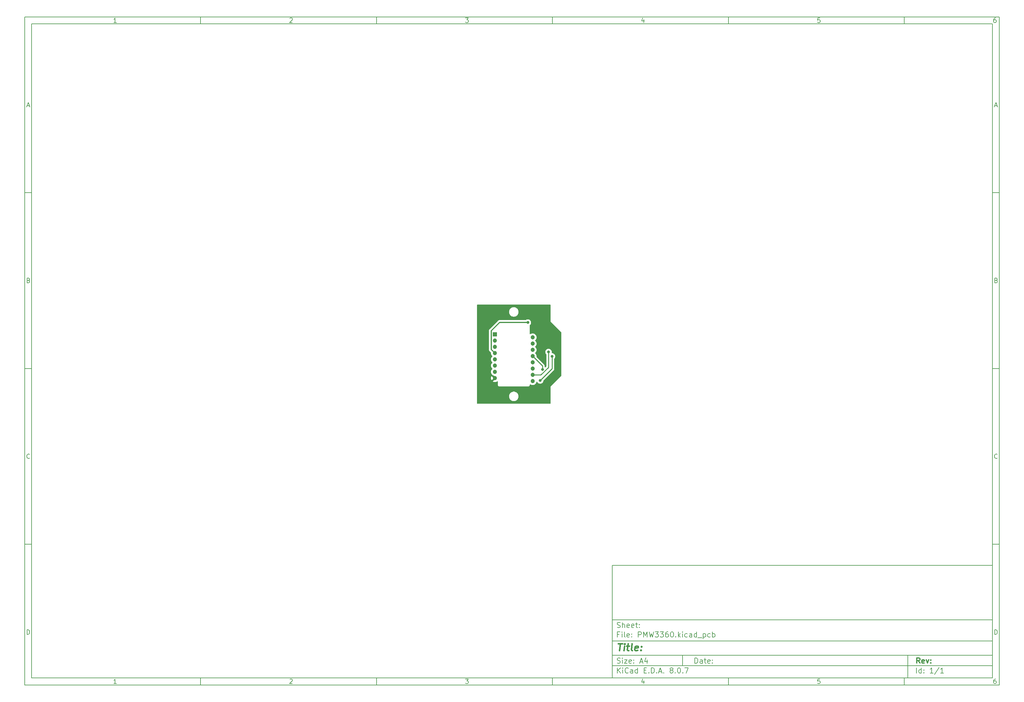
<source format=gbr>
%TF.GenerationSoftware,KiCad,Pcbnew,8.0.7*%
%TF.CreationDate,2024-12-25T19:13:16-08:00*%
%TF.ProjectId,PMW3360,504d5733-3336-4302-9e6b-696361645f70,rev?*%
%TF.SameCoordinates,Original*%
%TF.FileFunction,Copper,L2,Bot*%
%TF.FilePolarity,Positive*%
%FSLAX46Y46*%
G04 Gerber Fmt 4.6, Leading zero omitted, Abs format (unit mm)*
G04 Created by KiCad (PCBNEW 8.0.7) date 2024-12-25 19:13:16*
%MOMM*%
%LPD*%
G01*
G04 APERTURE LIST*
%ADD10C,0.100000*%
%ADD11C,0.150000*%
%ADD12C,0.300000*%
%ADD13C,0.400000*%
%TA.AperFunction,ComponentPad*%
%ADD14R,1.200000X1.200000*%
%TD*%
%TA.AperFunction,ComponentPad*%
%ADD15C,1.200000*%
%TD*%
%TA.AperFunction,ViaPad*%
%ADD16C,0.800000*%
%TD*%
%TA.AperFunction,Conductor*%
%ADD17C,0.250000*%
%TD*%
%TA.AperFunction,Conductor*%
%ADD18C,0.375000*%
%TD*%
G04 APERTURE END LIST*
D10*
D11*
X177002200Y-166007200D02*
X285002200Y-166007200D01*
X285002200Y-198007200D01*
X177002200Y-198007200D01*
X177002200Y-166007200D01*
D10*
D11*
X10000000Y-10000000D02*
X287002200Y-10000000D01*
X287002200Y-200007200D01*
X10000000Y-200007200D01*
X10000000Y-10000000D01*
D10*
D11*
X12000000Y-12000000D02*
X285002200Y-12000000D01*
X285002200Y-198007200D01*
X12000000Y-198007200D01*
X12000000Y-12000000D01*
D10*
D11*
X60000000Y-12000000D02*
X60000000Y-10000000D01*
D10*
D11*
X110000000Y-12000000D02*
X110000000Y-10000000D01*
D10*
D11*
X160000000Y-12000000D02*
X160000000Y-10000000D01*
D10*
D11*
X210000000Y-12000000D02*
X210000000Y-10000000D01*
D10*
D11*
X260000000Y-12000000D02*
X260000000Y-10000000D01*
D10*
D11*
X36089160Y-11593604D02*
X35346303Y-11593604D01*
X35717731Y-11593604D02*
X35717731Y-10293604D01*
X35717731Y-10293604D02*
X35593922Y-10479319D01*
X35593922Y-10479319D02*
X35470112Y-10603128D01*
X35470112Y-10603128D02*
X35346303Y-10665033D01*
D10*
D11*
X85346303Y-10417414D02*
X85408207Y-10355509D01*
X85408207Y-10355509D02*
X85532017Y-10293604D01*
X85532017Y-10293604D02*
X85841541Y-10293604D01*
X85841541Y-10293604D02*
X85965350Y-10355509D01*
X85965350Y-10355509D02*
X86027255Y-10417414D01*
X86027255Y-10417414D02*
X86089160Y-10541223D01*
X86089160Y-10541223D02*
X86089160Y-10665033D01*
X86089160Y-10665033D02*
X86027255Y-10850747D01*
X86027255Y-10850747D02*
X85284398Y-11593604D01*
X85284398Y-11593604D02*
X86089160Y-11593604D01*
D10*
D11*
X135284398Y-10293604D02*
X136089160Y-10293604D01*
X136089160Y-10293604D02*
X135655826Y-10788842D01*
X135655826Y-10788842D02*
X135841541Y-10788842D01*
X135841541Y-10788842D02*
X135965350Y-10850747D01*
X135965350Y-10850747D02*
X136027255Y-10912652D01*
X136027255Y-10912652D02*
X136089160Y-11036461D01*
X136089160Y-11036461D02*
X136089160Y-11345985D01*
X136089160Y-11345985D02*
X136027255Y-11469795D01*
X136027255Y-11469795D02*
X135965350Y-11531700D01*
X135965350Y-11531700D02*
X135841541Y-11593604D01*
X135841541Y-11593604D02*
X135470112Y-11593604D01*
X135470112Y-11593604D02*
X135346303Y-11531700D01*
X135346303Y-11531700D02*
X135284398Y-11469795D01*
D10*
D11*
X185965350Y-10726938D02*
X185965350Y-11593604D01*
X185655826Y-10231700D02*
X185346303Y-11160271D01*
X185346303Y-11160271D02*
X186151064Y-11160271D01*
D10*
D11*
X236027255Y-10293604D02*
X235408207Y-10293604D01*
X235408207Y-10293604D02*
X235346303Y-10912652D01*
X235346303Y-10912652D02*
X235408207Y-10850747D01*
X235408207Y-10850747D02*
X235532017Y-10788842D01*
X235532017Y-10788842D02*
X235841541Y-10788842D01*
X235841541Y-10788842D02*
X235965350Y-10850747D01*
X235965350Y-10850747D02*
X236027255Y-10912652D01*
X236027255Y-10912652D02*
X236089160Y-11036461D01*
X236089160Y-11036461D02*
X236089160Y-11345985D01*
X236089160Y-11345985D02*
X236027255Y-11469795D01*
X236027255Y-11469795D02*
X235965350Y-11531700D01*
X235965350Y-11531700D02*
X235841541Y-11593604D01*
X235841541Y-11593604D02*
X235532017Y-11593604D01*
X235532017Y-11593604D02*
X235408207Y-11531700D01*
X235408207Y-11531700D02*
X235346303Y-11469795D01*
D10*
D11*
X285965350Y-10293604D02*
X285717731Y-10293604D01*
X285717731Y-10293604D02*
X285593922Y-10355509D01*
X285593922Y-10355509D02*
X285532017Y-10417414D01*
X285532017Y-10417414D02*
X285408207Y-10603128D01*
X285408207Y-10603128D02*
X285346303Y-10850747D01*
X285346303Y-10850747D02*
X285346303Y-11345985D01*
X285346303Y-11345985D02*
X285408207Y-11469795D01*
X285408207Y-11469795D02*
X285470112Y-11531700D01*
X285470112Y-11531700D02*
X285593922Y-11593604D01*
X285593922Y-11593604D02*
X285841541Y-11593604D01*
X285841541Y-11593604D02*
X285965350Y-11531700D01*
X285965350Y-11531700D02*
X286027255Y-11469795D01*
X286027255Y-11469795D02*
X286089160Y-11345985D01*
X286089160Y-11345985D02*
X286089160Y-11036461D01*
X286089160Y-11036461D02*
X286027255Y-10912652D01*
X286027255Y-10912652D02*
X285965350Y-10850747D01*
X285965350Y-10850747D02*
X285841541Y-10788842D01*
X285841541Y-10788842D02*
X285593922Y-10788842D01*
X285593922Y-10788842D02*
X285470112Y-10850747D01*
X285470112Y-10850747D02*
X285408207Y-10912652D01*
X285408207Y-10912652D02*
X285346303Y-11036461D01*
D10*
D11*
X60000000Y-198007200D02*
X60000000Y-200007200D01*
D10*
D11*
X110000000Y-198007200D02*
X110000000Y-200007200D01*
D10*
D11*
X160000000Y-198007200D02*
X160000000Y-200007200D01*
D10*
D11*
X210000000Y-198007200D02*
X210000000Y-200007200D01*
D10*
D11*
X260000000Y-198007200D02*
X260000000Y-200007200D01*
D10*
D11*
X36089160Y-199600804D02*
X35346303Y-199600804D01*
X35717731Y-199600804D02*
X35717731Y-198300804D01*
X35717731Y-198300804D02*
X35593922Y-198486519D01*
X35593922Y-198486519D02*
X35470112Y-198610328D01*
X35470112Y-198610328D02*
X35346303Y-198672233D01*
D10*
D11*
X85346303Y-198424614D02*
X85408207Y-198362709D01*
X85408207Y-198362709D02*
X85532017Y-198300804D01*
X85532017Y-198300804D02*
X85841541Y-198300804D01*
X85841541Y-198300804D02*
X85965350Y-198362709D01*
X85965350Y-198362709D02*
X86027255Y-198424614D01*
X86027255Y-198424614D02*
X86089160Y-198548423D01*
X86089160Y-198548423D02*
X86089160Y-198672233D01*
X86089160Y-198672233D02*
X86027255Y-198857947D01*
X86027255Y-198857947D02*
X85284398Y-199600804D01*
X85284398Y-199600804D02*
X86089160Y-199600804D01*
D10*
D11*
X135284398Y-198300804D02*
X136089160Y-198300804D01*
X136089160Y-198300804D02*
X135655826Y-198796042D01*
X135655826Y-198796042D02*
X135841541Y-198796042D01*
X135841541Y-198796042D02*
X135965350Y-198857947D01*
X135965350Y-198857947D02*
X136027255Y-198919852D01*
X136027255Y-198919852D02*
X136089160Y-199043661D01*
X136089160Y-199043661D02*
X136089160Y-199353185D01*
X136089160Y-199353185D02*
X136027255Y-199476995D01*
X136027255Y-199476995D02*
X135965350Y-199538900D01*
X135965350Y-199538900D02*
X135841541Y-199600804D01*
X135841541Y-199600804D02*
X135470112Y-199600804D01*
X135470112Y-199600804D02*
X135346303Y-199538900D01*
X135346303Y-199538900D02*
X135284398Y-199476995D01*
D10*
D11*
X185965350Y-198734138D02*
X185965350Y-199600804D01*
X185655826Y-198238900D02*
X185346303Y-199167471D01*
X185346303Y-199167471D02*
X186151064Y-199167471D01*
D10*
D11*
X236027255Y-198300804D02*
X235408207Y-198300804D01*
X235408207Y-198300804D02*
X235346303Y-198919852D01*
X235346303Y-198919852D02*
X235408207Y-198857947D01*
X235408207Y-198857947D02*
X235532017Y-198796042D01*
X235532017Y-198796042D02*
X235841541Y-198796042D01*
X235841541Y-198796042D02*
X235965350Y-198857947D01*
X235965350Y-198857947D02*
X236027255Y-198919852D01*
X236027255Y-198919852D02*
X236089160Y-199043661D01*
X236089160Y-199043661D02*
X236089160Y-199353185D01*
X236089160Y-199353185D02*
X236027255Y-199476995D01*
X236027255Y-199476995D02*
X235965350Y-199538900D01*
X235965350Y-199538900D02*
X235841541Y-199600804D01*
X235841541Y-199600804D02*
X235532017Y-199600804D01*
X235532017Y-199600804D02*
X235408207Y-199538900D01*
X235408207Y-199538900D02*
X235346303Y-199476995D01*
D10*
D11*
X285965350Y-198300804D02*
X285717731Y-198300804D01*
X285717731Y-198300804D02*
X285593922Y-198362709D01*
X285593922Y-198362709D02*
X285532017Y-198424614D01*
X285532017Y-198424614D02*
X285408207Y-198610328D01*
X285408207Y-198610328D02*
X285346303Y-198857947D01*
X285346303Y-198857947D02*
X285346303Y-199353185D01*
X285346303Y-199353185D02*
X285408207Y-199476995D01*
X285408207Y-199476995D02*
X285470112Y-199538900D01*
X285470112Y-199538900D02*
X285593922Y-199600804D01*
X285593922Y-199600804D02*
X285841541Y-199600804D01*
X285841541Y-199600804D02*
X285965350Y-199538900D01*
X285965350Y-199538900D02*
X286027255Y-199476995D01*
X286027255Y-199476995D02*
X286089160Y-199353185D01*
X286089160Y-199353185D02*
X286089160Y-199043661D01*
X286089160Y-199043661D02*
X286027255Y-198919852D01*
X286027255Y-198919852D02*
X285965350Y-198857947D01*
X285965350Y-198857947D02*
X285841541Y-198796042D01*
X285841541Y-198796042D02*
X285593922Y-198796042D01*
X285593922Y-198796042D02*
X285470112Y-198857947D01*
X285470112Y-198857947D02*
X285408207Y-198919852D01*
X285408207Y-198919852D02*
X285346303Y-199043661D01*
D10*
D11*
X10000000Y-60000000D02*
X12000000Y-60000000D01*
D10*
D11*
X10000000Y-110000000D02*
X12000000Y-110000000D01*
D10*
D11*
X10000000Y-160000000D02*
X12000000Y-160000000D01*
D10*
D11*
X10690476Y-35222176D02*
X11309523Y-35222176D01*
X10566666Y-35593604D02*
X10999999Y-34293604D01*
X10999999Y-34293604D02*
X11433333Y-35593604D01*
D10*
D11*
X11092857Y-84912652D02*
X11278571Y-84974557D01*
X11278571Y-84974557D02*
X11340476Y-85036461D01*
X11340476Y-85036461D02*
X11402380Y-85160271D01*
X11402380Y-85160271D02*
X11402380Y-85345985D01*
X11402380Y-85345985D02*
X11340476Y-85469795D01*
X11340476Y-85469795D02*
X11278571Y-85531700D01*
X11278571Y-85531700D02*
X11154761Y-85593604D01*
X11154761Y-85593604D02*
X10659523Y-85593604D01*
X10659523Y-85593604D02*
X10659523Y-84293604D01*
X10659523Y-84293604D02*
X11092857Y-84293604D01*
X11092857Y-84293604D02*
X11216666Y-84355509D01*
X11216666Y-84355509D02*
X11278571Y-84417414D01*
X11278571Y-84417414D02*
X11340476Y-84541223D01*
X11340476Y-84541223D02*
X11340476Y-84665033D01*
X11340476Y-84665033D02*
X11278571Y-84788842D01*
X11278571Y-84788842D02*
X11216666Y-84850747D01*
X11216666Y-84850747D02*
X11092857Y-84912652D01*
X11092857Y-84912652D02*
X10659523Y-84912652D01*
D10*
D11*
X11402380Y-135469795D02*
X11340476Y-135531700D01*
X11340476Y-135531700D02*
X11154761Y-135593604D01*
X11154761Y-135593604D02*
X11030952Y-135593604D01*
X11030952Y-135593604D02*
X10845238Y-135531700D01*
X10845238Y-135531700D02*
X10721428Y-135407890D01*
X10721428Y-135407890D02*
X10659523Y-135284080D01*
X10659523Y-135284080D02*
X10597619Y-135036461D01*
X10597619Y-135036461D02*
X10597619Y-134850747D01*
X10597619Y-134850747D02*
X10659523Y-134603128D01*
X10659523Y-134603128D02*
X10721428Y-134479319D01*
X10721428Y-134479319D02*
X10845238Y-134355509D01*
X10845238Y-134355509D02*
X11030952Y-134293604D01*
X11030952Y-134293604D02*
X11154761Y-134293604D01*
X11154761Y-134293604D02*
X11340476Y-134355509D01*
X11340476Y-134355509D02*
X11402380Y-134417414D01*
D10*
D11*
X10659523Y-185593604D02*
X10659523Y-184293604D01*
X10659523Y-184293604D02*
X10969047Y-184293604D01*
X10969047Y-184293604D02*
X11154761Y-184355509D01*
X11154761Y-184355509D02*
X11278571Y-184479319D01*
X11278571Y-184479319D02*
X11340476Y-184603128D01*
X11340476Y-184603128D02*
X11402380Y-184850747D01*
X11402380Y-184850747D02*
X11402380Y-185036461D01*
X11402380Y-185036461D02*
X11340476Y-185284080D01*
X11340476Y-185284080D02*
X11278571Y-185407890D01*
X11278571Y-185407890D02*
X11154761Y-185531700D01*
X11154761Y-185531700D02*
X10969047Y-185593604D01*
X10969047Y-185593604D02*
X10659523Y-185593604D01*
D10*
D11*
X287002200Y-60000000D02*
X285002200Y-60000000D01*
D10*
D11*
X287002200Y-110000000D02*
X285002200Y-110000000D01*
D10*
D11*
X287002200Y-160000000D02*
X285002200Y-160000000D01*
D10*
D11*
X285692676Y-35222176D02*
X286311723Y-35222176D01*
X285568866Y-35593604D02*
X286002199Y-34293604D01*
X286002199Y-34293604D02*
X286435533Y-35593604D01*
D10*
D11*
X286095057Y-84912652D02*
X286280771Y-84974557D01*
X286280771Y-84974557D02*
X286342676Y-85036461D01*
X286342676Y-85036461D02*
X286404580Y-85160271D01*
X286404580Y-85160271D02*
X286404580Y-85345985D01*
X286404580Y-85345985D02*
X286342676Y-85469795D01*
X286342676Y-85469795D02*
X286280771Y-85531700D01*
X286280771Y-85531700D02*
X286156961Y-85593604D01*
X286156961Y-85593604D02*
X285661723Y-85593604D01*
X285661723Y-85593604D02*
X285661723Y-84293604D01*
X285661723Y-84293604D02*
X286095057Y-84293604D01*
X286095057Y-84293604D02*
X286218866Y-84355509D01*
X286218866Y-84355509D02*
X286280771Y-84417414D01*
X286280771Y-84417414D02*
X286342676Y-84541223D01*
X286342676Y-84541223D02*
X286342676Y-84665033D01*
X286342676Y-84665033D02*
X286280771Y-84788842D01*
X286280771Y-84788842D02*
X286218866Y-84850747D01*
X286218866Y-84850747D02*
X286095057Y-84912652D01*
X286095057Y-84912652D02*
X285661723Y-84912652D01*
D10*
D11*
X286404580Y-135469795D02*
X286342676Y-135531700D01*
X286342676Y-135531700D02*
X286156961Y-135593604D01*
X286156961Y-135593604D02*
X286033152Y-135593604D01*
X286033152Y-135593604D02*
X285847438Y-135531700D01*
X285847438Y-135531700D02*
X285723628Y-135407890D01*
X285723628Y-135407890D02*
X285661723Y-135284080D01*
X285661723Y-135284080D02*
X285599819Y-135036461D01*
X285599819Y-135036461D02*
X285599819Y-134850747D01*
X285599819Y-134850747D02*
X285661723Y-134603128D01*
X285661723Y-134603128D02*
X285723628Y-134479319D01*
X285723628Y-134479319D02*
X285847438Y-134355509D01*
X285847438Y-134355509D02*
X286033152Y-134293604D01*
X286033152Y-134293604D02*
X286156961Y-134293604D01*
X286156961Y-134293604D02*
X286342676Y-134355509D01*
X286342676Y-134355509D02*
X286404580Y-134417414D01*
D10*
D11*
X285661723Y-185593604D02*
X285661723Y-184293604D01*
X285661723Y-184293604D02*
X285971247Y-184293604D01*
X285971247Y-184293604D02*
X286156961Y-184355509D01*
X286156961Y-184355509D02*
X286280771Y-184479319D01*
X286280771Y-184479319D02*
X286342676Y-184603128D01*
X286342676Y-184603128D02*
X286404580Y-184850747D01*
X286404580Y-184850747D02*
X286404580Y-185036461D01*
X286404580Y-185036461D02*
X286342676Y-185284080D01*
X286342676Y-185284080D02*
X286280771Y-185407890D01*
X286280771Y-185407890D02*
X286156961Y-185531700D01*
X286156961Y-185531700D02*
X285971247Y-185593604D01*
X285971247Y-185593604D02*
X285661723Y-185593604D01*
D10*
D11*
X200458026Y-193793328D02*
X200458026Y-192293328D01*
X200458026Y-192293328D02*
X200815169Y-192293328D01*
X200815169Y-192293328D02*
X201029455Y-192364757D01*
X201029455Y-192364757D02*
X201172312Y-192507614D01*
X201172312Y-192507614D02*
X201243741Y-192650471D01*
X201243741Y-192650471D02*
X201315169Y-192936185D01*
X201315169Y-192936185D02*
X201315169Y-193150471D01*
X201315169Y-193150471D02*
X201243741Y-193436185D01*
X201243741Y-193436185D02*
X201172312Y-193579042D01*
X201172312Y-193579042D02*
X201029455Y-193721900D01*
X201029455Y-193721900D02*
X200815169Y-193793328D01*
X200815169Y-193793328D02*
X200458026Y-193793328D01*
X202600884Y-193793328D02*
X202600884Y-193007614D01*
X202600884Y-193007614D02*
X202529455Y-192864757D01*
X202529455Y-192864757D02*
X202386598Y-192793328D01*
X202386598Y-192793328D02*
X202100884Y-192793328D01*
X202100884Y-192793328D02*
X201958026Y-192864757D01*
X202600884Y-193721900D02*
X202458026Y-193793328D01*
X202458026Y-193793328D02*
X202100884Y-193793328D01*
X202100884Y-193793328D02*
X201958026Y-193721900D01*
X201958026Y-193721900D02*
X201886598Y-193579042D01*
X201886598Y-193579042D02*
X201886598Y-193436185D01*
X201886598Y-193436185D02*
X201958026Y-193293328D01*
X201958026Y-193293328D02*
X202100884Y-193221900D01*
X202100884Y-193221900D02*
X202458026Y-193221900D01*
X202458026Y-193221900D02*
X202600884Y-193150471D01*
X203100884Y-192793328D02*
X203672312Y-192793328D01*
X203315169Y-192293328D02*
X203315169Y-193579042D01*
X203315169Y-193579042D02*
X203386598Y-193721900D01*
X203386598Y-193721900D02*
X203529455Y-193793328D01*
X203529455Y-193793328D02*
X203672312Y-193793328D01*
X204743741Y-193721900D02*
X204600884Y-193793328D01*
X204600884Y-193793328D02*
X204315170Y-193793328D01*
X204315170Y-193793328D02*
X204172312Y-193721900D01*
X204172312Y-193721900D02*
X204100884Y-193579042D01*
X204100884Y-193579042D02*
X204100884Y-193007614D01*
X204100884Y-193007614D02*
X204172312Y-192864757D01*
X204172312Y-192864757D02*
X204315170Y-192793328D01*
X204315170Y-192793328D02*
X204600884Y-192793328D01*
X204600884Y-192793328D02*
X204743741Y-192864757D01*
X204743741Y-192864757D02*
X204815170Y-193007614D01*
X204815170Y-193007614D02*
X204815170Y-193150471D01*
X204815170Y-193150471D02*
X204100884Y-193293328D01*
X205458026Y-193650471D02*
X205529455Y-193721900D01*
X205529455Y-193721900D02*
X205458026Y-193793328D01*
X205458026Y-193793328D02*
X205386598Y-193721900D01*
X205386598Y-193721900D02*
X205458026Y-193650471D01*
X205458026Y-193650471D02*
X205458026Y-193793328D01*
X205458026Y-192864757D02*
X205529455Y-192936185D01*
X205529455Y-192936185D02*
X205458026Y-193007614D01*
X205458026Y-193007614D02*
X205386598Y-192936185D01*
X205386598Y-192936185D02*
X205458026Y-192864757D01*
X205458026Y-192864757D02*
X205458026Y-193007614D01*
D10*
D11*
X177002200Y-194507200D02*
X285002200Y-194507200D01*
D10*
D11*
X178458026Y-196593328D02*
X178458026Y-195093328D01*
X179315169Y-196593328D02*
X178672312Y-195736185D01*
X179315169Y-195093328D02*
X178458026Y-195950471D01*
X179958026Y-196593328D02*
X179958026Y-195593328D01*
X179958026Y-195093328D02*
X179886598Y-195164757D01*
X179886598Y-195164757D02*
X179958026Y-195236185D01*
X179958026Y-195236185D02*
X180029455Y-195164757D01*
X180029455Y-195164757D02*
X179958026Y-195093328D01*
X179958026Y-195093328D02*
X179958026Y-195236185D01*
X181529455Y-196450471D02*
X181458027Y-196521900D01*
X181458027Y-196521900D02*
X181243741Y-196593328D01*
X181243741Y-196593328D02*
X181100884Y-196593328D01*
X181100884Y-196593328D02*
X180886598Y-196521900D01*
X180886598Y-196521900D02*
X180743741Y-196379042D01*
X180743741Y-196379042D02*
X180672312Y-196236185D01*
X180672312Y-196236185D02*
X180600884Y-195950471D01*
X180600884Y-195950471D02*
X180600884Y-195736185D01*
X180600884Y-195736185D02*
X180672312Y-195450471D01*
X180672312Y-195450471D02*
X180743741Y-195307614D01*
X180743741Y-195307614D02*
X180886598Y-195164757D01*
X180886598Y-195164757D02*
X181100884Y-195093328D01*
X181100884Y-195093328D02*
X181243741Y-195093328D01*
X181243741Y-195093328D02*
X181458027Y-195164757D01*
X181458027Y-195164757D02*
X181529455Y-195236185D01*
X182815170Y-196593328D02*
X182815170Y-195807614D01*
X182815170Y-195807614D02*
X182743741Y-195664757D01*
X182743741Y-195664757D02*
X182600884Y-195593328D01*
X182600884Y-195593328D02*
X182315170Y-195593328D01*
X182315170Y-195593328D02*
X182172312Y-195664757D01*
X182815170Y-196521900D02*
X182672312Y-196593328D01*
X182672312Y-196593328D02*
X182315170Y-196593328D01*
X182315170Y-196593328D02*
X182172312Y-196521900D01*
X182172312Y-196521900D02*
X182100884Y-196379042D01*
X182100884Y-196379042D02*
X182100884Y-196236185D01*
X182100884Y-196236185D02*
X182172312Y-196093328D01*
X182172312Y-196093328D02*
X182315170Y-196021900D01*
X182315170Y-196021900D02*
X182672312Y-196021900D01*
X182672312Y-196021900D02*
X182815170Y-195950471D01*
X184172313Y-196593328D02*
X184172313Y-195093328D01*
X184172313Y-196521900D02*
X184029455Y-196593328D01*
X184029455Y-196593328D02*
X183743741Y-196593328D01*
X183743741Y-196593328D02*
X183600884Y-196521900D01*
X183600884Y-196521900D02*
X183529455Y-196450471D01*
X183529455Y-196450471D02*
X183458027Y-196307614D01*
X183458027Y-196307614D02*
X183458027Y-195879042D01*
X183458027Y-195879042D02*
X183529455Y-195736185D01*
X183529455Y-195736185D02*
X183600884Y-195664757D01*
X183600884Y-195664757D02*
X183743741Y-195593328D01*
X183743741Y-195593328D02*
X184029455Y-195593328D01*
X184029455Y-195593328D02*
X184172313Y-195664757D01*
X186029455Y-195807614D02*
X186529455Y-195807614D01*
X186743741Y-196593328D02*
X186029455Y-196593328D01*
X186029455Y-196593328D02*
X186029455Y-195093328D01*
X186029455Y-195093328D02*
X186743741Y-195093328D01*
X187386598Y-196450471D02*
X187458027Y-196521900D01*
X187458027Y-196521900D02*
X187386598Y-196593328D01*
X187386598Y-196593328D02*
X187315170Y-196521900D01*
X187315170Y-196521900D02*
X187386598Y-196450471D01*
X187386598Y-196450471D02*
X187386598Y-196593328D01*
X188100884Y-196593328D02*
X188100884Y-195093328D01*
X188100884Y-195093328D02*
X188458027Y-195093328D01*
X188458027Y-195093328D02*
X188672313Y-195164757D01*
X188672313Y-195164757D02*
X188815170Y-195307614D01*
X188815170Y-195307614D02*
X188886599Y-195450471D01*
X188886599Y-195450471D02*
X188958027Y-195736185D01*
X188958027Y-195736185D02*
X188958027Y-195950471D01*
X188958027Y-195950471D02*
X188886599Y-196236185D01*
X188886599Y-196236185D02*
X188815170Y-196379042D01*
X188815170Y-196379042D02*
X188672313Y-196521900D01*
X188672313Y-196521900D02*
X188458027Y-196593328D01*
X188458027Y-196593328D02*
X188100884Y-196593328D01*
X189600884Y-196450471D02*
X189672313Y-196521900D01*
X189672313Y-196521900D02*
X189600884Y-196593328D01*
X189600884Y-196593328D02*
X189529456Y-196521900D01*
X189529456Y-196521900D02*
X189600884Y-196450471D01*
X189600884Y-196450471D02*
X189600884Y-196593328D01*
X190243742Y-196164757D02*
X190958028Y-196164757D01*
X190100885Y-196593328D02*
X190600885Y-195093328D01*
X190600885Y-195093328D02*
X191100885Y-196593328D01*
X191600884Y-196450471D02*
X191672313Y-196521900D01*
X191672313Y-196521900D02*
X191600884Y-196593328D01*
X191600884Y-196593328D02*
X191529456Y-196521900D01*
X191529456Y-196521900D02*
X191600884Y-196450471D01*
X191600884Y-196450471D02*
X191600884Y-196593328D01*
X193672313Y-195736185D02*
X193529456Y-195664757D01*
X193529456Y-195664757D02*
X193458027Y-195593328D01*
X193458027Y-195593328D02*
X193386599Y-195450471D01*
X193386599Y-195450471D02*
X193386599Y-195379042D01*
X193386599Y-195379042D02*
X193458027Y-195236185D01*
X193458027Y-195236185D02*
X193529456Y-195164757D01*
X193529456Y-195164757D02*
X193672313Y-195093328D01*
X193672313Y-195093328D02*
X193958027Y-195093328D01*
X193958027Y-195093328D02*
X194100885Y-195164757D01*
X194100885Y-195164757D02*
X194172313Y-195236185D01*
X194172313Y-195236185D02*
X194243742Y-195379042D01*
X194243742Y-195379042D02*
X194243742Y-195450471D01*
X194243742Y-195450471D02*
X194172313Y-195593328D01*
X194172313Y-195593328D02*
X194100885Y-195664757D01*
X194100885Y-195664757D02*
X193958027Y-195736185D01*
X193958027Y-195736185D02*
X193672313Y-195736185D01*
X193672313Y-195736185D02*
X193529456Y-195807614D01*
X193529456Y-195807614D02*
X193458027Y-195879042D01*
X193458027Y-195879042D02*
X193386599Y-196021900D01*
X193386599Y-196021900D02*
X193386599Y-196307614D01*
X193386599Y-196307614D02*
X193458027Y-196450471D01*
X193458027Y-196450471D02*
X193529456Y-196521900D01*
X193529456Y-196521900D02*
X193672313Y-196593328D01*
X193672313Y-196593328D02*
X193958027Y-196593328D01*
X193958027Y-196593328D02*
X194100885Y-196521900D01*
X194100885Y-196521900D02*
X194172313Y-196450471D01*
X194172313Y-196450471D02*
X194243742Y-196307614D01*
X194243742Y-196307614D02*
X194243742Y-196021900D01*
X194243742Y-196021900D02*
X194172313Y-195879042D01*
X194172313Y-195879042D02*
X194100885Y-195807614D01*
X194100885Y-195807614D02*
X193958027Y-195736185D01*
X194886598Y-196450471D02*
X194958027Y-196521900D01*
X194958027Y-196521900D02*
X194886598Y-196593328D01*
X194886598Y-196593328D02*
X194815170Y-196521900D01*
X194815170Y-196521900D02*
X194886598Y-196450471D01*
X194886598Y-196450471D02*
X194886598Y-196593328D01*
X195886599Y-195093328D02*
X196029456Y-195093328D01*
X196029456Y-195093328D02*
X196172313Y-195164757D01*
X196172313Y-195164757D02*
X196243742Y-195236185D01*
X196243742Y-195236185D02*
X196315170Y-195379042D01*
X196315170Y-195379042D02*
X196386599Y-195664757D01*
X196386599Y-195664757D02*
X196386599Y-196021900D01*
X196386599Y-196021900D02*
X196315170Y-196307614D01*
X196315170Y-196307614D02*
X196243742Y-196450471D01*
X196243742Y-196450471D02*
X196172313Y-196521900D01*
X196172313Y-196521900D02*
X196029456Y-196593328D01*
X196029456Y-196593328D02*
X195886599Y-196593328D01*
X195886599Y-196593328D02*
X195743742Y-196521900D01*
X195743742Y-196521900D02*
X195672313Y-196450471D01*
X195672313Y-196450471D02*
X195600884Y-196307614D01*
X195600884Y-196307614D02*
X195529456Y-196021900D01*
X195529456Y-196021900D02*
X195529456Y-195664757D01*
X195529456Y-195664757D02*
X195600884Y-195379042D01*
X195600884Y-195379042D02*
X195672313Y-195236185D01*
X195672313Y-195236185D02*
X195743742Y-195164757D01*
X195743742Y-195164757D02*
X195886599Y-195093328D01*
X197029455Y-196450471D02*
X197100884Y-196521900D01*
X197100884Y-196521900D02*
X197029455Y-196593328D01*
X197029455Y-196593328D02*
X196958027Y-196521900D01*
X196958027Y-196521900D02*
X197029455Y-196450471D01*
X197029455Y-196450471D02*
X197029455Y-196593328D01*
X197600884Y-195093328D02*
X198600884Y-195093328D01*
X198600884Y-195093328D02*
X197958027Y-196593328D01*
D10*
D11*
X177002200Y-191507200D02*
X285002200Y-191507200D01*
D10*
D12*
X264413853Y-193785528D02*
X263913853Y-193071242D01*
X263556710Y-193785528D02*
X263556710Y-192285528D01*
X263556710Y-192285528D02*
X264128139Y-192285528D01*
X264128139Y-192285528D02*
X264270996Y-192356957D01*
X264270996Y-192356957D02*
X264342425Y-192428385D01*
X264342425Y-192428385D02*
X264413853Y-192571242D01*
X264413853Y-192571242D02*
X264413853Y-192785528D01*
X264413853Y-192785528D02*
X264342425Y-192928385D01*
X264342425Y-192928385D02*
X264270996Y-192999814D01*
X264270996Y-192999814D02*
X264128139Y-193071242D01*
X264128139Y-193071242D02*
X263556710Y-193071242D01*
X265628139Y-193714100D02*
X265485282Y-193785528D01*
X265485282Y-193785528D02*
X265199568Y-193785528D01*
X265199568Y-193785528D02*
X265056710Y-193714100D01*
X265056710Y-193714100D02*
X264985282Y-193571242D01*
X264985282Y-193571242D02*
X264985282Y-192999814D01*
X264985282Y-192999814D02*
X265056710Y-192856957D01*
X265056710Y-192856957D02*
X265199568Y-192785528D01*
X265199568Y-192785528D02*
X265485282Y-192785528D01*
X265485282Y-192785528D02*
X265628139Y-192856957D01*
X265628139Y-192856957D02*
X265699568Y-192999814D01*
X265699568Y-192999814D02*
X265699568Y-193142671D01*
X265699568Y-193142671D02*
X264985282Y-193285528D01*
X266199567Y-192785528D02*
X266556710Y-193785528D01*
X266556710Y-193785528D02*
X266913853Y-192785528D01*
X267485281Y-193642671D02*
X267556710Y-193714100D01*
X267556710Y-193714100D02*
X267485281Y-193785528D01*
X267485281Y-193785528D02*
X267413853Y-193714100D01*
X267413853Y-193714100D02*
X267485281Y-193642671D01*
X267485281Y-193642671D02*
X267485281Y-193785528D01*
X267485281Y-192856957D02*
X267556710Y-192928385D01*
X267556710Y-192928385D02*
X267485281Y-192999814D01*
X267485281Y-192999814D02*
X267413853Y-192928385D01*
X267413853Y-192928385D02*
X267485281Y-192856957D01*
X267485281Y-192856957D02*
X267485281Y-192999814D01*
D10*
D11*
X178386598Y-193721900D02*
X178600884Y-193793328D01*
X178600884Y-193793328D02*
X178958026Y-193793328D01*
X178958026Y-193793328D02*
X179100884Y-193721900D01*
X179100884Y-193721900D02*
X179172312Y-193650471D01*
X179172312Y-193650471D02*
X179243741Y-193507614D01*
X179243741Y-193507614D02*
X179243741Y-193364757D01*
X179243741Y-193364757D02*
X179172312Y-193221900D01*
X179172312Y-193221900D02*
X179100884Y-193150471D01*
X179100884Y-193150471D02*
X178958026Y-193079042D01*
X178958026Y-193079042D02*
X178672312Y-193007614D01*
X178672312Y-193007614D02*
X178529455Y-192936185D01*
X178529455Y-192936185D02*
X178458026Y-192864757D01*
X178458026Y-192864757D02*
X178386598Y-192721900D01*
X178386598Y-192721900D02*
X178386598Y-192579042D01*
X178386598Y-192579042D02*
X178458026Y-192436185D01*
X178458026Y-192436185D02*
X178529455Y-192364757D01*
X178529455Y-192364757D02*
X178672312Y-192293328D01*
X178672312Y-192293328D02*
X179029455Y-192293328D01*
X179029455Y-192293328D02*
X179243741Y-192364757D01*
X179886597Y-193793328D02*
X179886597Y-192793328D01*
X179886597Y-192293328D02*
X179815169Y-192364757D01*
X179815169Y-192364757D02*
X179886597Y-192436185D01*
X179886597Y-192436185D02*
X179958026Y-192364757D01*
X179958026Y-192364757D02*
X179886597Y-192293328D01*
X179886597Y-192293328D02*
X179886597Y-192436185D01*
X180458026Y-192793328D02*
X181243741Y-192793328D01*
X181243741Y-192793328D02*
X180458026Y-193793328D01*
X180458026Y-193793328D02*
X181243741Y-193793328D01*
X182386598Y-193721900D02*
X182243741Y-193793328D01*
X182243741Y-193793328D02*
X181958027Y-193793328D01*
X181958027Y-193793328D02*
X181815169Y-193721900D01*
X181815169Y-193721900D02*
X181743741Y-193579042D01*
X181743741Y-193579042D02*
X181743741Y-193007614D01*
X181743741Y-193007614D02*
X181815169Y-192864757D01*
X181815169Y-192864757D02*
X181958027Y-192793328D01*
X181958027Y-192793328D02*
X182243741Y-192793328D01*
X182243741Y-192793328D02*
X182386598Y-192864757D01*
X182386598Y-192864757D02*
X182458027Y-193007614D01*
X182458027Y-193007614D02*
X182458027Y-193150471D01*
X182458027Y-193150471D02*
X181743741Y-193293328D01*
X183100883Y-193650471D02*
X183172312Y-193721900D01*
X183172312Y-193721900D02*
X183100883Y-193793328D01*
X183100883Y-193793328D02*
X183029455Y-193721900D01*
X183029455Y-193721900D02*
X183100883Y-193650471D01*
X183100883Y-193650471D02*
X183100883Y-193793328D01*
X183100883Y-192864757D02*
X183172312Y-192936185D01*
X183172312Y-192936185D02*
X183100883Y-193007614D01*
X183100883Y-193007614D02*
X183029455Y-192936185D01*
X183029455Y-192936185D02*
X183100883Y-192864757D01*
X183100883Y-192864757D02*
X183100883Y-193007614D01*
X184886598Y-193364757D02*
X185600884Y-193364757D01*
X184743741Y-193793328D02*
X185243741Y-192293328D01*
X185243741Y-192293328D02*
X185743741Y-193793328D01*
X186886598Y-192793328D02*
X186886598Y-193793328D01*
X186529455Y-192221900D02*
X186172312Y-193293328D01*
X186172312Y-193293328D02*
X187100883Y-193293328D01*
D10*
D11*
X263458026Y-196593328D02*
X263458026Y-195093328D01*
X264815170Y-196593328D02*
X264815170Y-195093328D01*
X264815170Y-196521900D02*
X264672312Y-196593328D01*
X264672312Y-196593328D02*
X264386598Y-196593328D01*
X264386598Y-196593328D02*
X264243741Y-196521900D01*
X264243741Y-196521900D02*
X264172312Y-196450471D01*
X264172312Y-196450471D02*
X264100884Y-196307614D01*
X264100884Y-196307614D02*
X264100884Y-195879042D01*
X264100884Y-195879042D02*
X264172312Y-195736185D01*
X264172312Y-195736185D02*
X264243741Y-195664757D01*
X264243741Y-195664757D02*
X264386598Y-195593328D01*
X264386598Y-195593328D02*
X264672312Y-195593328D01*
X264672312Y-195593328D02*
X264815170Y-195664757D01*
X265529455Y-196450471D02*
X265600884Y-196521900D01*
X265600884Y-196521900D02*
X265529455Y-196593328D01*
X265529455Y-196593328D02*
X265458027Y-196521900D01*
X265458027Y-196521900D02*
X265529455Y-196450471D01*
X265529455Y-196450471D02*
X265529455Y-196593328D01*
X265529455Y-195664757D02*
X265600884Y-195736185D01*
X265600884Y-195736185D02*
X265529455Y-195807614D01*
X265529455Y-195807614D02*
X265458027Y-195736185D01*
X265458027Y-195736185D02*
X265529455Y-195664757D01*
X265529455Y-195664757D02*
X265529455Y-195807614D01*
X268172313Y-196593328D02*
X267315170Y-196593328D01*
X267743741Y-196593328D02*
X267743741Y-195093328D01*
X267743741Y-195093328D02*
X267600884Y-195307614D01*
X267600884Y-195307614D02*
X267458027Y-195450471D01*
X267458027Y-195450471D02*
X267315170Y-195521900D01*
X269886598Y-195021900D02*
X268600884Y-196950471D01*
X271172313Y-196593328D02*
X270315170Y-196593328D01*
X270743741Y-196593328D02*
X270743741Y-195093328D01*
X270743741Y-195093328D02*
X270600884Y-195307614D01*
X270600884Y-195307614D02*
X270458027Y-195450471D01*
X270458027Y-195450471D02*
X270315170Y-195521900D01*
D10*
D11*
X177002200Y-187507200D02*
X285002200Y-187507200D01*
D10*
D13*
X178693928Y-188211638D02*
X179836785Y-188211638D01*
X179015357Y-190211638D02*
X179265357Y-188211638D01*
X180253452Y-190211638D02*
X180420119Y-188878304D01*
X180503452Y-188211638D02*
X180396309Y-188306876D01*
X180396309Y-188306876D02*
X180479643Y-188402114D01*
X180479643Y-188402114D02*
X180586786Y-188306876D01*
X180586786Y-188306876D02*
X180503452Y-188211638D01*
X180503452Y-188211638D02*
X180479643Y-188402114D01*
X181086786Y-188878304D02*
X181848690Y-188878304D01*
X181455833Y-188211638D02*
X181241548Y-189925923D01*
X181241548Y-189925923D02*
X181312976Y-190116400D01*
X181312976Y-190116400D02*
X181491548Y-190211638D01*
X181491548Y-190211638D02*
X181682024Y-190211638D01*
X182634405Y-190211638D02*
X182455833Y-190116400D01*
X182455833Y-190116400D02*
X182384405Y-189925923D01*
X182384405Y-189925923D02*
X182598690Y-188211638D01*
X184170119Y-190116400D02*
X183967738Y-190211638D01*
X183967738Y-190211638D02*
X183586785Y-190211638D01*
X183586785Y-190211638D02*
X183408214Y-190116400D01*
X183408214Y-190116400D02*
X183336785Y-189925923D01*
X183336785Y-189925923D02*
X183432024Y-189164019D01*
X183432024Y-189164019D02*
X183551071Y-188973542D01*
X183551071Y-188973542D02*
X183753452Y-188878304D01*
X183753452Y-188878304D02*
X184134404Y-188878304D01*
X184134404Y-188878304D02*
X184312976Y-188973542D01*
X184312976Y-188973542D02*
X184384404Y-189164019D01*
X184384404Y-189164019D02*
X184360595Y-189354495D01*
X184360595Y-189354495D02*
X183384404Y-189544971D01*
X185134405Y-190021161D02*
X185217738Y-190116400D01*
X185217738Y-190116400D02*
X185110595Y-190211638D01*
X185110595Y-190211638D02*
X185027262Y-190116400D01*
X185027262Y-190116400D02*
X185134405Y-190021161D01*
X185134405Y-190021161D02*
X185110595Y-190211638D01*
X185265357Y-188973542D02*
X185348690Y-189068780D01*
X185348690Y-189068780D02*
X185241548Y-189164019D01*
X185241548Y-189164019D02*
X185158214Y-189068780D01*
X185158214Y-189068780D02*
X185265357Y-188973542D01*
X185265357Y-188973542D02*
X185241548Y-189164019D01*
D10*
D11*
X178958026Y-185607614D02*
X178458026Y-185607614D01*
X178458026Y-186393328D02*
X178458026Y-184893328D01*
X178458026Y-184893328D02*
X179172312Y-184893328D01*
X179743740Y-186393328D02*
X179743740Y-185393328D01*
X179743740Y-184893328D02*
X179672312Y-184964757D01*
X179672312Y-184964757D02*
X179743740Y-185036185D01*
X179743740Y-185036185D02*
X179815169Y-184964757D01*
X179815169Y-184964757D02*
X179743740Y-184893328D01*
X179743740Y-184893328D02*
X179743740Y-185036185D01*
X180672312Y-186393328D02*
X180529455Y-186321900D01*
X180529455Y-186321900D02*
X180458026Y-186179042D01*
X180458026Y-186179042D02*
X180458026Y-184893328D01*
X181815169Y-186321900D02*
X181672312Y-186393328D01*
X181672312Y-186393328D02*
X181386598Y-186393328D01*
X181386598Y-186393328D02*
X181243740Y-186321900D01*
X181243740Y-186321900D02*
X181172312Y-186179042D01*
X181172312Y-186179042D02*
X181172312Y-185607614D01*
X181172312Y-185607614D02*
X181243740Y-185464757D01*
X181243740Y-185464757D02*
X181386598Y-185393328D01*
X181386598Y-185393328D02*
X181672312Y-185393328D01*
X181672312Y-185393328D02*
X181815169Y-185464757D01*
X181815169Y-185464757D02*
X181886598Y-185607614D01*
X181886598Y-185607614D02*
X181886598Y-185750471D01*
X181886598Y-185750471D02*
X181172312Y-185893328D01*
X182529454Y-186250471D02*
X182600883Y-186321900D01*
X182600883Y-186321900D02*
X182529454Y-186393328D01*
X182529454Y-186393328D02*
X182458026Y-186321900D01*
X182458026Y-186321900D02*
X182529454Y-186250471D01*
X182529454Y-186250471D02*
X182529454Y-186393328D01*
X182529454Y-185464757D02*
X182600883Y-185536185D01*
X182600883Y-185536185D02*
X182529454Y-185607614D01*
X182529454Y-185607614D02*
X182458026Y-185536185D01*
X182458026Y-185536185D02*
X182529454Y-185464757D01*
X182529454Y-185464757D02*
X182529454Y-185607614D01*
X184386597Y-186393328D02*
X184386597Y-184893328D01*
X184386597Y-184893328D02*
X184958026Y-184893328D01*
X184958026Y-184893328D02*
X185100883Y-184964757D01*
X185100883Y-184964757D02*
X185172312Y-185036185D01*
X185172312Y-185036185D02*
X185243740Y-185179042D01*
X185243740Y-185179042D02*
X185243740Y-185393328D01*
X185243740Y-185393328D02*
X185172312Y-185536185D01*
X185172312Y-185536185D02*
X185100883Y-185607614D01*
X185100883Y-185607614D02*
X184958026Y-185679042D01*
X184958026Y-185679042D02*
X184386597Y-185679042D01*
X185886597Y-186393328D02*
X185886597Y-184893328D01*
X185886597Y-184893328D02*
X186386597Y-185964757D01*
X186386597Y-185964757D02*
X186886597Y-184893328D01*
X186886597Y-184893328D02*
X186886597Y-186393328D01*
X187458026Y-184893328D02*
X187815169Y-186393328D01*
X187815169Y-186393328D02*
X188100883Y-185321900D01*
X188100883Y-185321900D02*
X188386598Y-186393328D01*
X188386598Y-186393328D02*
X188743741Y-184893328D01*
X189172312Y-184893328D02*
X190100884Y-184893328D01*
X190100884Y-184893328D02*
X189600884Y-185464757D01*
X189600884Y-185464757D02*
X189815169Y-185464757D01*
X189815169Y-185464757D02*
X189958027Y-185536185D01*
X189958027Y-185536185D02*
X190029455Y-185607614D01*
X190029455Y-185607614D02*
X190100884Y-185750471D01*
X190100884Y-185750471D02*
X190100884Y-186107614D01*
X190100884Y-186107614D02*
X190029455Y-186250471D01*
X190029455Y-186250471D02*
X189958027Y-186321900D01*
X189958027Y-186321900D02*
X189815169Y-186393328D01*
X189815169Y-186393328D02*
X189386598Y-186393328D01*
X189386598Y-186393328D02*
X189243741Y-186321900D01*
X189243741Y-186321900D02*
X189172312Y-186250471D01*
X190600883Y-184893328D02*
X191529455Y-184893328D01*
X191529455Y-184893328D02*
X191029455Y-185464757D01*
X191029455Y-185464757D02*
X191243740Y-185464757D01*
X191243740Y-185464757D02*
X191386598Y-185536185D01*
X191386598Y-185536185D02*
X191458026Y-185607614D01*
X191458026Y-185607614D02*
X191529455Y-185750471D01*
X191529455Y-185750471D02*
X191529455Y-186107614D01*
X191529455Y-186107614D02*
X191458026Y-186250471D01*
X191458026Y-186250471D02*
X191386598Y-186321900D01*
X191386598Y-186321900D02*
X191243740Y-186393328D01*
X191243740Y-186393328D02*
X190815169Y-186393328D01*
X190815169Y-186393328D02*
X190672312Y-186321900D01*
X190672312Y-186321900D02*
X190600883Y-186250471D01*
X192815169Y-184893328D02*
X192529454Y-184893328D01*
X192529454Y-184893328D02*
X192386597Y-184964757D01*
X192386597Y-184964757D02*
X192315169Y-185036185D01*
X192315169Y-185036185D02*
X192172311Y-185250471D01*
X192172311Y-185250471D02*
X192100883Y-185536185D01*
X192100883Y-185536185D02*
X192100883Y-186107614D01*
X192100883Y-186107614D02*
X192172311Y-186250471D01*
X192172311Y-186250471D02*
X192243740Y-186321900D01*
X192243740Y-186321900D02*
X192386597Y-186393328D01*
X192386597Y-186393328D02*
X192672311Y-186393328D01*
X192672311Y-186393328D02*
X192815169Y-186321900D01*
X192815169Y-186321900D02*
X192886597Y-186250471D01*
X192886597Y-186250471D02*
X192958026Y-186107614D01*
X192958026Y-186107614D02*
X192958026Y-185750471D01*
X192958026Y-185750471D02*
X192886597Y-185607614D01*
X192886597Y-185607614D02*
X192815169Y-185536185D01*
X192815169Y-185536185D02*
X192672311Y-185464757D01*
X192672311Y-185464757D02*
X192386597Y-185464757D01*
X192386597Y-185464757D02*
X192243740Y-185536185D01*
X192243740Y-185536185D02*
X192172311Y-185607614D01*
X192172311Y-185607614D02*
X192100883Y-185750471D01*
X193886597Y-184893328D02*
X194029454Y-184893328D01*
X194029454Y-184893328D02*
X194172311Y-184964757D01*
X194172311Y-184964757D02*
X194243740Y-185036185D01*
X194243740Y-185036185D02*
X194315168Y-185179042D01*
X194315168Y-185179042D02*
X194386597Y-185464757D01*
X194386597Y-185464757D02*
X194386597Y-185821900D01*
X194386597Y-185821900D02*
X194315168Y-186107614D01*
X194315168Y-186107614D02*
X194243740Y-186250471D01*
X194243740Y-186250471D02*
X194172311Y-186321900D01*
X194172311Y-186321900D02*
X194029454Y-186393328D01*
X194029454Y-186393328D02*
X193886597Y-186393328D01*
X193886597Y-186393328D02*
X193743740Y-186321900D01*
X193743740Y-186321900D02*
X193672311Y-186250471D01*
X193672311Y-186250471D02*
X193600882Y-186107614D01*
X193600882Y-186107614D02*
X193529454Y-185821900D01*
X193529454Y-185821900D02*
X193529454Y-185464757D01*
X193529454Y-185464757D02*
X193600882Y-185179042D01*
X193600882Y-185179042D02*
X193672311Y-185036185D01*
X193672311Y-185036185D02*
X193743740Y-184964757D01*
X193743740Y-184964757D02*
X193886597Y-184893328D01*
X195029453Y-186250471D02*
X195100882Y-186321900D01*
X195100882Y-186321900D02*
X195029453Y-186393328D01*
X195029453Y-186393328D02*
X194958025Y-186321900D01*
X194958025Y-186321900D02*
X195029453Y-186250471D01*
X195029453Y-186250471D02*
X195029453Y-186393328D01*
X195743739Y-186393328D02*
X195743739Y-184893328D01*
X195886597Y-185821900D02*
X196315168Y-186393328D01*
X196315168Y-185393328D02*
X195743739Y-185964757D01*
X196958025Y-186393328D02*
X196958025Y-185393328D01*
X196958025Y-184893328D02*
X196886597Y-184964757D01*
X196886597Y-184964757D02*
X196958025Y-185036185D01*
X196958025Y-185036185D02*
X197029454Y-184964757D01*
X197029454Y-184964757D02*
X196958025Y-184893328D01*
X196958025Y-184893328D02*
X196958025Y-185036185D01*
X198315169Y-186321900D02*
X198172311Y-186393328D01*
X198172311Y-186393328D02*
X197886597Y-186393328D01*
X197886597Y-186393328D02*
X197743740Y-186321900D01*
X197743740Y-186321900D02*
X197672311Y-186250471D01*
X197672311Y-186250471D02*
X197600883Y-186107614D01*
X197600883Y-186107614D02*
X197600883Y-185679042D01*
X197600883Y-185679042D02*
X197672311Y-185536185D01*
X197672311Y-185536185D02*
X197743740Y-185464757D01*
X197743740Y-185464757D02*
X197886597Y-185393328D01*
X197886597Y-185393328D02*
X198172311Y-185393328D01*
X198172311Y-185393328D02*
X198315169Y-185464757D01*
X199600883Y-186393328D02*
X199600883Y-185607614D01*
X199600883Y-185607614D02*
X199529454Y-185464757D01*
X199529454Y-185464757D02*
X199386597Y-185393328D01*
X199386597Y-185393328D02*
X199100883Y-185393328D01*
X199100883Y-185393328D02*
X198958025Y-185464757D01*
X199600883Y-186321900D02*
X199458025Y-186393328D01*
X199458025Y-186393328D02*
X199100883Y-186393328D01*
X199100883Y-186393328D02*
X198958025Y-186321900D01*
X198958025Y-186321900D02*
X198886597Y-186179042D01*
X198886597Y-186179042D02*
X198886597Y-186036185D01*
X198886597Y-186036185D02*
X198958025Y-185893328D01*
X198958025Y-185893328D02*
X199100883Y-185821900D01*
X199100883Y-185821900D02*
X199458025Y-185821900D01*
X199458025Y-185821900D02*
X199600883Y-185750471D01*
X200958026Y-186393328D02*
X200958026Y-184893328D01*
X200958026Y-186321900D02*
X200815168Y-186393328D01*
X200815168Y-186393328D02*
X200529454Y-186393328D01*
X200529454Y-186393328D02*
X200386597Y-186321900D01*
X200386597Y-186321900D02*
X200315168Y-186250471D01*
X200315168Y-186250471D02*
X200243740Y-186107614D01*
X200243740Y-186107614D02*
X200243740Y-185679042D01*
X200243740Y-185679042D02*
X200315168Y-185536185D01*
X200315168Y-185536185D02*
X200386597Y-185464757D01*
X200386597Y-185464757D02*
X200529454Y-185393328D01*
X200529454Y-185393328D02*
X200815168Y-185393328D01*
X200815168Y-185393328D02*
X200958026Y-185464757D01*
X201315169Y-186536185D02*
X202458026Y-186536185D01*
X202815168Y-185393328D02*
X202815168Y-186893328D01*
X202815168Y-185464757D02*
X202958026Y-185393328D01*
X202958026Y-185393328D02*
X203243740Y-185393328D01*
X203243740Y-185393328D02*
X203386597Y-185464757D01*
X203386597Y-185464757D02*
X203458026Y-185536185D01*
X203458026Y-185536185D02*
X203529454Y-185679042D01*
X203529454Y-185679042D02*
X203529454Y-186107614D01*
X203529454Y-186107614D02*
X203458026Y-186250471D01*
X203458026Y-186250471D02*
X203386597Y-186321900D01*
X203386597Y-186321900D02*
X203243740Y-186393328D01*
X203243740Y-186393328D02*
X202958026Y-186393328D01*
X202958026Y-186393328D02*
X202815168Y-186321900D01*
X204815169Y-186321900D02*
X204672311Y-186393328D01*
X204672311Y-186393328D02*
X204386597Y-186393328D01*
X204386597Y-186393328D02*
X204243740Y-186321900D01*
X204243740Y-186321900D02*
X204172311Y-186250471D01*
X204172311Y-186250471D02*
X204100883Y-186107614D01*
X204100883Y-186107614D02*
X204100883Y-185679042D01*
X204100883Y-185679042D02*
X204172311Y-185536185D01*
X204172311Y-185536185D02*
X204243740Y-185464757D01*
X204243740Y-185464757D02*
X204386597Y-185393328D01*
X204386597Y-185393328D02*
X204672311Y-185393328D01*
X204672311Y-185393328D02*
X204815169Y-185464757D01*
X205458025Y-186393328D02*
X205458025Y-184893328D01*
X205458025Y-185464757D02*
X205600883Y-185393328D01*
X205600883Y-185393328D02*
X205886597Y-185393328D01*
X205886597Y-185393328D02*
X206029454Y-185464757D01*
X206029454Y-185464757D02*
X206100883Y-185536185D01*
X206100883Y-185536185D02*
X206172311Y-185679042D01*
X206172311Y-185679042D02*
X206172311Y-186107614D01*
X206172311Y-186107614D02*
X206100883Y-186250471D01*
X206100883Y-186250471D02*
X206029454Y-186321900D01*
X206029454Y-186321900D02*
X205886597Y-186393328D01*
X205886597Y-186393328D02*
X205600883Y-186393328D01*
X205600883Y-186393328D02*
X205458025Y-186321900D01*
D10*
D11*
X177002200Y-181507200D02*
X285002200Y-181507200D01*
D10*
D11*
X178386598Y-183621900D02*
X178600884Y-183693328D01*
X178600884Y-183693328D02*
X178958026Y-183693328D01*
X178958026Y-183693328D02*
X179100884Y-183621900D01*
X179100884Y-183621900D02*
X179172312Y-183550471D01*
X179172312Y-183550471D02*
X179243741Y-183407614D01*
X179243741Y-183407614D02*
X179243741Y-183264757D01*
X179243741Y-183264757D02*
X179172312Y-183121900D01*
X179172312Y-183121900D02*
X179100884Y-183050471D01*
X179100884Y-183050471D02*
X178958026Y-182979042D01*
X178958026Y-182979042D02*
X178672312Y-182907614D01*
X178672312Y-182907614D02*
X178529455Y-182836185D01*
X178529455Y-182836185D02*
X178458026Y-182764757D01*
X178458026Y-182764757D02*
X178386598Y-182621900D01*
X178386598Y-182621900D02*
X178386598Y-182479042D01*
X178386598Y-182479042D02*
X178458026Y-182336185D01*
X178458026Y-182336185D02*
X178529455Y-182264757D01*
X178529455Y-182264757D02*
X178672312Y-182193328D01*
X178672312Y-182193328D02*
X179029455Y-182193328D01*
X179029455Y-182193328D02*
X179243741Y-182264757D01*
X179886597Y-183693328D02*
X179886597Y-182193328D01*
X180529455Y-183693328D02*
X180529455Y-182907614D01*
X180529455Y-182907614D02*
X180458026Y-182764757D01*
X180458026Y-182764757D02*
X180315169Y-182693328D01*
X180315169Y-182693328D02*
X180100883Y-182693328D01*
X180100883Y-182693328D02*
X179958026Y-182764757D01*
X179958026Y-182764757D02*
X179886597Y-182836185D01*
X181815169Y-183621900D02*
X181672312Y-183693328D01*
X181672312Y-183693328D02*
X181386598Y-183693328D01*
X181386598Y-183693328D02*
X181243740Y-183621900D01*
X181243740Y-183621900D02*
X181172312Y-183479042D01*
X181172312Y-183479042D02*
X181172312Y-182907614D01*
X181172312Y-182907614D02*
X181243740Y-182764757D01*
X181243740Y-182764757D02*
X181386598Y-182693328D01*
X181386598Y-182693328D02*
X181672312Y-182693328D01*
X181672312Y-182693328D02*
X181815169Y-182764757D01*
X181815169Y-182764757D02*
X181886598Y-182907614D01*
X181886598Y-182907614D02*
X181886598Y-183050471D01*
X181886598Y-183050471D02*
X181172312Y-183193328D01*
X183100883Y-183621900D02*
X182958026Y-183693328D01*
X182958026Y-183693328D02*
X182672312Y-183693328D01*
X182672312Y-183693328D02*
X182529454Y-183621900D01*
X182529454Y-183621900D02*
X182458026Y-183479042D01*
X182458026Y-183479042D02*
X182458026Y-182907614D01*
X182458026Y-182907614D02*
X182529454Y-182764757D01*
X182529454Y-182764757D02*
X182672312Y-182693328D01*
X182672312Y-182693328D02*
X182958026Y-182693328D01*
X182958026Y-182693328D02*
X183100883Y-182764757D01*
X183100883Y-182764757D02*
X183172312Y-182907614D01*
X183172312Y-182907614D02*
X183172312Y-183050471D01*
X183172312Y-183050471D02*
X182458026Y-183193328D01*
X183600883Y-182693328D02*
X184172311Y-182693328D01*
X183815168Y-182193328D02*
X183815168Y-183479042D01*
X183815168Y-183479042D02*
X183886597Y-183621900D01*
X183886597Y-183621900D02*
X184029454Y-183693328D01*
X184029454Y-183693328D02*
X184172311Y-183693328D01*
X184672311Y-183550471D02*
X184743740Y-183621900D01*
X184743740Y-183621900D02*
X184672311Y-183693328D01*
X184672311Y-183693328D02*
X184600883Y-183621900D01*
X184600883Y-183621900D02*
X184672311Y-183550471D01*
X184672311Y-183550471D02*
X184672311Y-183693328D01*
X184672311Y-182764757D02*
X184743740Y-182836185D01*
X184743740Y-182836185D02*
X184672311Y-182907614D01*
X184672311Y-182907614D02*
X184600883Y-182836185D01*
X184600883Y-182836185D02*
X184672311Y-182764757D01*
X184672311Y-182764757D02*
X184672311Y-182907614D01*
D10*
D11*
X197002200Y-191507200D02*
X197002200Y-194507200D01*
D10*
D11*
X261002200Y-191507200D02*
X261002200Y-198007200D01*
D14*
X143650000Y-100250000D03*
D15*
X143650000Y-102030000D03*
X143650000Y-103810000D03*
X143650000Y-105590000D03*
X143650000Y-107370000D03*
X143650000Y-109150000D03*
X143650000Y-110930000D03*
X143650000Y-112710000D03*
X154350000Y-113600000D03*
X154350000Y-111820000D03*
X154350000Y-110040000D03*
X154350000Y-108260000D03*
X154350000Y-106480000D03*
X154350000Y-104700000D03*
X154350000Y-102920000D03*
X154350000Y-101140000D03*
D16*
X158875000Y-104035000D03*
X140225000Y-106685306D03*
X140500000Y-117410000D03*
X153000000Y-96910000D03*
X158875000Y-105285000D03*
X156500000Y-113410000D03*
X159875000Y-106535000D03*
X157150000Y-110260000D03*
D17*
X143550000Y-103910000D02*
X143650000Y-103810000D01*
D18*
X143385000Y-107635000D02*
X143650000Y-107370000D01*
X142612500Y-104552500D02*
X143650000Y-105590000D01*
X143555000Y-105685000D02*
X143650000Y-105590000D01*
X153000000Y-96910000D02*
X144978326Y-96910000D01*
X144978326Y-96910000D02*
X142612500Y-99275826D01*
X142612500Y-99275826D02*
X142612500Y-104552500D01*
D17*
X158875000Y-105285000D02*
X158875000Y-109631016D01*
X158875000Y-109631016D02*
X156686016Y-111820000D01*
X156686016Y-111820000D02*
X154350000Y-111820000D01*
X156500000Y-113410000D02*
X159875000Y-110035000D01*
X159875000Y-110035000D02*
X159875000Y-106535000D01*
X154475000Y-108135000D02*
X154350000Y-108260000D01*
X157150000Y-109280000D02*
X154350000Y-106480000D01*
X157150000Y-110260000D02*
X157150000Y-109280000D01*
%TA.AperFunction,Conductor*%
G36*
X159416621Y-91855502D02*
G01*
X159463114Y-91909158D01*
X159474500Y-91961500D01*
X159474500Y-96620564D01*
X162437595Y-99583658D01*
X162471621Y-99645970D01*
X162474500Y-99672753D01*
X162474500Y-112047246D01*
X162454498Y-112115367D01*
X162437595Y-112136341D01*
X159474500Y-115099435D01*
X159474500Y-119858500D01*
X159454498Y-119926621D01*
X159400842Y-119973114D01*
X159348500Y-119984500D01*
X138651500Y-119984500D01*
X138583379Y-119964498D01*
X138536886Y-119910842D01*
X138525500Y-119858500D01*
X138525500Y-117803713D01*
X147649500Y-117803713D01*
X147649500Y-118016287D01*
X147682754Y-118226243D01*
X147748443Y-118428412D01*
X147844949Y-118617816D01*
X147969896Y-118789792D01*
X147969898Y-118789794D01*
X147969900Y-118789797D01*
X148120202Y-118940099D01*
X148120205Y-118940101D01*
X148120208Y-118940104D01*
X148292184Y-119065051D01*
X148481588Y-119161557D01*
X148683757Y-119227246D01*
X148893713Y-119260500D01*
X148893716Y-119260500D01*
X149106284Y-119260500D01*
X149106287Y-119260500D01*
X149316243Y-119227246D01*
X149518412Y-119161557D01*
X149707816Y-119065051D01*
X149879792Y-118940104D01*
X150030104Y-118789792D01*
X150155051Y-118617816D01*
X150251557Y-118428412D01*
X150317246Y-118226243D01*
X150350500Y-118016287D01*
X150350500Y-117803713D01*
X150317246Y-117593757D01*
X150251557Y-117391588D01*
X150155051Y-117202184D01*
X150030104Y-117030208D01*
X150030101Y-117030205D01*
X150030099Y-117030202D01*
X149879797Y-116879900D01*
X149879794Y-116879898D01*
X149879792Y-116879896D01*
X149707816Y-116754949D01*
X149518412Y-116658443D01*
X149316243Y-116592754D01*
X149106287Y-116559500D01*
X148893713Y-116559500D01*
X148683757Y-116592754D01*
X148683754Y-116592754D01*
X148683753Y-116592755D01*
X148481588Y-116658443D01*
X148481586Y-116658444D01*
X148292180Y-116754951D01*
X148120205Y-116879898D01*
X148120202Y-116879900D01*
X147969900Y-117030202D01*
X147969898Y-117030205D01*
X147844951Y-117202180D01*
X147844949Y-117202184D01*
X147748443Y-117391588D01*
X147682754Y-117593757D01*
X147649500Y-117803713D01*
X138525500Y-117803713D01*
X138525500Y-112709995D01*
X142537253Y-112709995D01*
X142537253Y-112710004D01*
X142556199Y-112914461D01*
X142556199Y-112914465D01*
X142612391Y-113111962D01*
X142612394Y-113111970D01*
X142703925Y-113295789D01*
X142704386Y-113296400D01*
X142704387Y-113296400D01*
X143290789Y-112709999D01*
X142704387Y-112123597D01*
X142704386Y-112123597D01*
X142703926Y-112124208D01*
X142612394Y-112308029D01*
X142612391Y-112308037D01*
X142556199Y-112505534D01*
X142556199Y-112505538D01*
X142537253Y-112709995D01*
X138525500Y-112709995D01*
X138525500Y-99207268D01*
X141916500Y-99207268D01*
X141916500Y-104621055D01*
X141932523Y-104701608D01*
X141943246Y-104755516D01*
X141964381Y-104806540D01*
X141995712Y-104882180D01*
X142016603Y-104913445D01*
X142071880Y-104996173D01*
X142071885Y-104996179D01*
X142176001Y-105100295D01*
X142176015Y-105100307D01*
X142505861Y-105430153D01*
X142539887Y-105492465D01*
X142542229Y-105530871D01*
X142536900Y-105588392D01*
X142536751Y-105590000D01*
X142545379Y-105683115D01*
X142555706Y-105794562D01*
X142611923Y-105992144D01*
X142611929Y-105992160D01*
X142703493Y-106176045D01*
X142703497Y-106176050D01*
X142827298Y-106339990D01*
X142878738Y-106386885D01*
X142915604Y-106447560D01*
X142913815Y-106518534D01*
X142878738Y-106573115D01*
X142827298Y-106620009D01*
X142703497Y-106783949D01*
X142703493Y-106783954D01*
X142611929Y-106967839D01*
X142611923Y-106967855D01*
X142555706Y-107165437D01*
X142536751Y-107370000D01*
X142555706Y-107574562D01*
X142611923Y-107772144D01*
X142611929Y-107772160D01*
X142703493Y-107956045D01*
X142703497Y-107956050D01*
X142827298Y-108119990D01*
X142878738Y-108166885D01*
X142915604Y-108227560D01*
X142913815Y-108298534D01*
X142878738Y-108353115D01*
X142827298Y-108400009D01*
X142703497Y-108563949D01*
X142703493Y-108563954D01*
X142611929Y-108747839D01*
X142611923Y-108747855D01*
X142555706Y-108945437D01*
X142536751Y-109150000D01*
X142555706Y-109354562D01*
X142611923Y-109552144D01*
X142611929Y-109552160D01*
X142703493Y-109736045D01*
X142703497Y-109736050D01*
X142827298Y-109899990D01*
X142878738Y-109946885D01*
X142915604Y-110007560D01*
X142913815Y-110078534D01*
X142878738Y-110133115D01*
X142827298Y-110180009D01*
X142703497Y-110343949D01*
X142703493Y-110343954D01*
X142611929Y-110527839D01*
X142611923Y-110527855D01*
X142555706Y-110725437D01*
X142536751Y-110930000D01*
X142555706Y-111134562D01*
X142611923Y-111332144D01*
X142611929Y-111332160D01*
X142703493Y-111516045D01*
X142703497Y-111516050D01*
X142827297Y-111679990D01*
X142979116Y-111818391D01*
X142979118Y-111818392D01*
X143153782Y-111926540D01*
X143246480Y-111962450D01*
X143290057Y-111990846D01*
X143659210Y-112360000D01*
X143603922Y-112360000D01*
X143514905Y-112383852D01*
X143435095Y-112429930D01*
X143369930Y-112495095D01*
X143323852Y-112574905D01*
X143300000Y-112663922D01*
X143300000Y-112756078D01*
X143323852Y-112845095D01*
X143369930Y-112924905D01*
X143435095Y-112990070D01*
X143514905Y-113036148D01*
X143603922Y-113060000D01*
X143659209Y-113060000D01*
X143066994Y-113652214D01*
X143154002Y-113706087D01*
X143154011Y-113706092D01*
X143345474Y-113780266D01*
X143345477Y-113780267D01*
X143547331Y-113818000D01*
X143752669Y-113818000D01*
X143954522Y-113780267D01*
X143954525Y-113780266D01*
X144145988Y-113706092D01*
X144145997Y-113706087D01*
X144282169Y-113621774D01*
X144350617Y-113602919D01*
X144418392Y-113624062D01*
X144463977Y-113678491D01*
X144474500Y-113728901D01*
X144474500Y-114591715D01*
X144474500Y-114600000D01*
X144474500Y-114659210D01*
X144500851Y-114774660D01*
X144552231Y-114881352D01*
X144626064Y-114973936D01*
X144718648Y-115047769D01*
X144825340Y-115099149D01*
X144940790Y-115125500D01*
X144940793Y-115125500D01*
X153059207Y-115125500D01*
X153059210Y-115125500D01*
X153174660Y-115099149D01*
X153281352Y-115047769D01*
X153373936Y-114973936D01*
X153447769Y-114881352D01*
X153499149Y-114774660D01*
X153525500Y-114659210D01*
X153525500Y-114619489D01*
X153545502Y-114551368D01*
X153599158Y-114504875D01*
X153669432Y-114494771D01*
X153717830Y-114512361D01*
X153853782Y-114596540D01*
X154045345Y-114670751D01*
X154247282Y-114708500D01*
X154247285Y-114708500D01*
X154452715Y-114708500D01*
X154452718Y-114708500D01*
X154654655Y-114670751D01*
X154846218Y-114596540D01*
X155020882Y-114488392D01*
X155172701Y-114349991D01*
X155296503Y-114186050D01*
X155296504Y-114186046D01*
X155296506Y-114186045D01*
X155388070Y-114002160D01*
X155388069Y-114002160D01*
X155388074Y-114002152D01*
X155440229Y-113818844D01*
X155478108Y-113758801D01*
X155542439Y-113728766D01*
X155612795Y-113738278D01*
X155666840Y-113784319D01*
X155670537Y-113790328D01*
X155760958Y-113946941D01*
X155760965Y-113946951D01*
X155888744Y-114088864D01*
X155888747Y-114088866D01*
X156043248Y-114201118D01*
X156217712Y-114278794D01*
X156404513Y-114318500D01*
X156595487Y-114318500D01*
X156782288Y-114278794D01*
X156956752Y-114201118D01*
X157111253Y-114088866D01*
X157111255Y-114088864D01*
X157239034Y-113946951D01*
X157239035Y-113946949D01*
X157239040Y-113946944D01*
X157334527Y-113781556D01*
X157393542Y-113599928D01*
X157410907Y-113434704D01*
X157437920Y-113369049D01*
X157447104Y-113358799D01*
X160367072Y-110438833D01*
X160436401Y-110335075D01*
X160484155Y-110219785D01*
X160508500Y-110097394D01*
X160508500Y-109972606D01*
X160508500Y-107237524D01*
X160528502Y-107169403D01*
X160540858Y-107153220D01*
X160614040Y-107071944D01*
X160709527Y-106906556D01*
X160768542Y-106724928D01*
X160788504Y-106535000D01*
X160768542Y-106345072D01*
X160709527Y-106163444D01*
X160614040Y-105998056D01*
X160614038Y-105998054D01*
X160614034Y-105998048D01*
X160486255Y-105856135D01*
X160331752Y-105743882D01*
X160157288Y-105666206D01*
X159970487Y-105626500D01*
X159891922Y-105626500D01*
X159823801Y-105606498D01*
X159777308Y-105552842D01*
X159767204Y-105482568D01*
X159768511Y-105475224D01*
X159777947Y-105385441D01*
X159788504Y-105285000D01*
X159768542Y-105095072D01*
X159709527Y-104913444D01*
X159614040Y-104748056D01*
X159614038Y-104748054D01*
X159614034Y-104748048D01*
X159486255Y-104606135D01*
X159331752Y-104493882D01*
X159157288Y-104416206D01*
X158970487Y-104376500D01*
X158779513Y-104376500D01*
X158592711Y-104416206D01*
X158418247Y-104493882D01*
X158263744Y-104606135D01*
X158135965Y-104748048D01*
X158135958Y-104748058D01*
X158040476Y-104913438D01*
X158040473Y-104913445D01*
X157981457Y-105095072D01*
X157961496Y-105285000D01*
X157981457Y-105474927D01*
X157981554Y-105475224D01*
X158040473Y-105656556D01*
X158135960Y-105821944D01*
X158209137Y-105903215D01*
X158239853Y-105967220D01*
X158241500Y-105987524D01*
X158241500Y-109316420D01*
X158221498Y-109384541D01*
X158204595Y-109405515D01*
X157998595Y-109611515D01*
X157936283Y-109645541D01*
X157865468Y-109640476D01*
X157808632Y-109597929D01*
X157783821Y-109531409D01*
X157783500Y-109522420D01*
X157783500Y-109217607D01*
X157783499Y-109217603D01*
X157776505Y-109182441D01*
X157759155Y-109095215D01*
X157711400Y-108979925D01*
X157642071Y-108876167D01*
X157553833Y-108787929D01*
X155486642Y-106720738D01*
X155452616Y-106658426D01*
X155450274Y-106620020D01*
X155463249Y-106480000D01*
X155444294Y-106275441D01*
X155416013Y-106176045D01*
X155388076Y-106077855D01*
X155388075Y-106077854D01*
X155388074Y-106077848D01*
X155388070Y-106077839D01*
X155296506Y-105893954D01*
X155296502Y-105893949D01*
X155267946Y-105856135D01*
X155221447Y-105794559D01*
X155172699Y-105730006D01*
X155121262Y-105683115D01*
X155084395Y-105622441D01*
X155086184Y-105551467D01*
X155121262Y-105496885D01*
X155172699Y-105449993D01*
X155172701Y-105449991D01*
X155296503Y-105286050D01*
X155296504Y-105286046D01*
X155296506Y-105286045D01*
X155388070Y-105102160D01*
X155388069Y-105102160D01*
X155388074Y-105102152D01*
X155444294Y-104904559D01*
X155463249Y-104700000D01*
X155444294Y-104495441D01*
X155443850Y-104493882D01*
X155388076Y-104297855D01*
X155388075Y-104297854D01*
X155388074Y-104297848D01*
X155388070Y-104297839D01*
X155296506Y-104113954D01*
X155296502Y-104113949D01*
X155172699Y-103950006D01*
X155121262Y-103903115D01*
X155084395Y-103842441D01*
X155086184Y-103771467D01*
X155121262Y-103716885D01*
X155172699Y-103669993D01*
X155172701Y-103669991D01*
X155296503Y-103506050D01*
X155296504Y-103506046D01*
X155296506Y-103506045D01*
X155388070Y-103322160D01*
X155388069Y-103322160D01*
X155388074Y-103322152D01*
X155444294Y-103124559D01*
X155463249Y-102920000D01*
X155444294Y-102715441D01*
X155388074Y-102517848D01*
X155388070Y-102517839D01*
X155296506Y-102333954D01*
X155296502Y-102333949D01*
X155172699Y-102170006D01*
X155121262Y-102123115D01*
X155084395Y-102062441D01*
X155086184Y-101991467D01*
X155121262Y-101936885D01*
X155172699Y-101889993D01*
X155172701Y-101889991D01*
X155296503Y-101726050D01*
X155296504Y-101726046D01*
X155296506Y-101726045D01*
X155388070Y-101542160D01*
X155388069Y-101542160D01*
X155388074Y-101542152D01*
X155444294Y-101344559D01*
X155463249Y-101140000D01*
X155444294Y-100935441D01*
X155388074Y-100737848D01*
X155388070Y-100737839D01*
X155296506Y-100553954D01*
X155296502Y-100553949D01*
X155172702Y-100390009D01*
X155020883Y-100251608D01*
X154846223Y-100143463D01*
X154846222Y-100143462D01*
X154846218Y-100143460D01*
X154728867Y-100097998D01*
X154654656Y-100069249D01*
X154604170Y-100059811D01*
X154452718Y-100031500D01*
X154247282Y-100031500D01*
X154126119Y-100054149D01*
X154045343Y-100069249D01*
X153913023Y-100120510D01*
X153853782Y-100143460D01*
X153853781Y-100143460D01*
X153853780Y-100143461D01*
X153853770Y-100143466D01*
X153717830Y-100227637D01*
X153649383Y-100246492D01*
X153581608Y-100225349D01*
X153536023Y-100170919D01*
X153525500Y-100120510D01*
X153525500Y-97840792D01*
X153520412Y-97818500D01*
X153506883Y-97759225D01*
X153511225Y-97688364D01*
X153553190Y-97631098D01*
X153555625Y-97629281D01*
X153611253Y-97588866D01*
X153739040Y-97446944D01*
X153834527Y-97281556D01*
X153893542Y-97099928D01*
X153913504Y-96910000D01*
X153893542Y-96720072D01*
X153834527Y-96538444D01*
X153739040Y-96373056D01*
X153739038Y-96373054D01*
X153739034Y-96373048D01*
X153611255Y-96231135D01*
X153456752Y-96118882D01*
X153282288Y-96041206D01*
X153095487Y-96001500D01*
X152904513Y-96001500D01*
X152717711Y-96041206D01*
X152543247Y-96118882D01*
X152445451Y-96189936D01*
X152378583Y-96213795D01*
X152371390Y-96214000D01*
X144909769Y-96214000D01*
X144794519Y-96236925D01*
X144775310Y-96240746D01*
X144775307Y-96240746D01*
X144775304Y-96240748D01*
X144722844Y-96262478D01*
X144648646Y-96293212D01*
X144534652Y-96369380D01*
X144486180Y-96417853D01*
X144437707Y-96466326D01*
X144437704Y-96466329D01*
X142168829Y-98735204D01*
X142168826Y-98735207D01*
X142120353Y-98783680D01*
X142071880Y-98832152D01*
X141995712Y-98946146D01*
X141964978Y-99020344D01*
X141943245Y-99072811D01*
X141943244Y-99072814D01*
X141918124Y-99199111D01*
X141918123Y-99199115D01*
X141916500Y-99207268D01*
X138525500Y-99207268D01*
X138525500Y-93803713D01*
X147649500Y-93803713D01*
X147649500Y-94016287D01*
X147682754Y-94226243D01*
X147748443Y-94428412D01*
X147844949Y-94617816D01*
X147969896Y-94789792D01*
X147969898Y-94789794D01*
X147969900Y-94789797D01*
X148120202Y-94940099D01*
X148120205Y-94940101D01*
X148120208Y-94940104D01*
X148292184Y-95065051D01*
X148481588Y-95161557D01*
X148683757Y-95227246D01*
X148893713Y-95260500D01*
X148893716Y-95260500D01*
X149106284Y-95260500D01*
X149106287Y-95260500D01*
X149316243Y-95227246D01*
X149518412Y-95161557D01*
X149707816Y-95065051D01*
X149879792Y-94940104D01*
X150030104Y-94789792D01*
X150155051Y-94617816D01*
X150251557Y-94428412D01*
X150317246Y-94226243D01*
X150350500Y-94016287D01*
X150350500Y-93803713D01*
X150317246Y-93593757D01*
X150251557Y-93391588D01*
X150155051Y-93202184D01*
X150030104Y-93030208D01*
X150030101Y-93030205D01*
X150030099Y-93030202D01*
X149879797Y-92879900D01*
X149879794Y-92879898D01*
X149879792Y-92879896D01*
X149707816Y-92754949D01*
X149518412Y-92658443D01*
X149316243Y-92592754D01*
X149106287Y-92559500D01*
X148893713Y-92559500D01*
X148683757Y-92592754D01*
X148683754Y-92592754D01*
X148683753Y-92592755D01*
X148481588Y-92658443D01*
X148481586Y-92658444D01*
X148292180Y-92754951D01*
X148120205Y-92879898D01*
X148120202Y-92879900D01*
X147969900Y-93030202D01*
X147969898Y-93030205D01*
X147844951Y-93202180D01*
X147844949Y-93202184D01*
X147748443Y-93391588D01*
X147682754Y-93593757D01*
X147649500Y-93803713D01*
X138525500Y-93803713D01*
X138525500Y-91961500D01*
X138545502Y-91893379D01*
X138599158Y-91846886D01*
X138651500Y-91835500D01*
X159348500Y-91835500D01*
X159416621Y-91855502D01*
G37*
%TD.AperFunction*%
M02*

</source>
